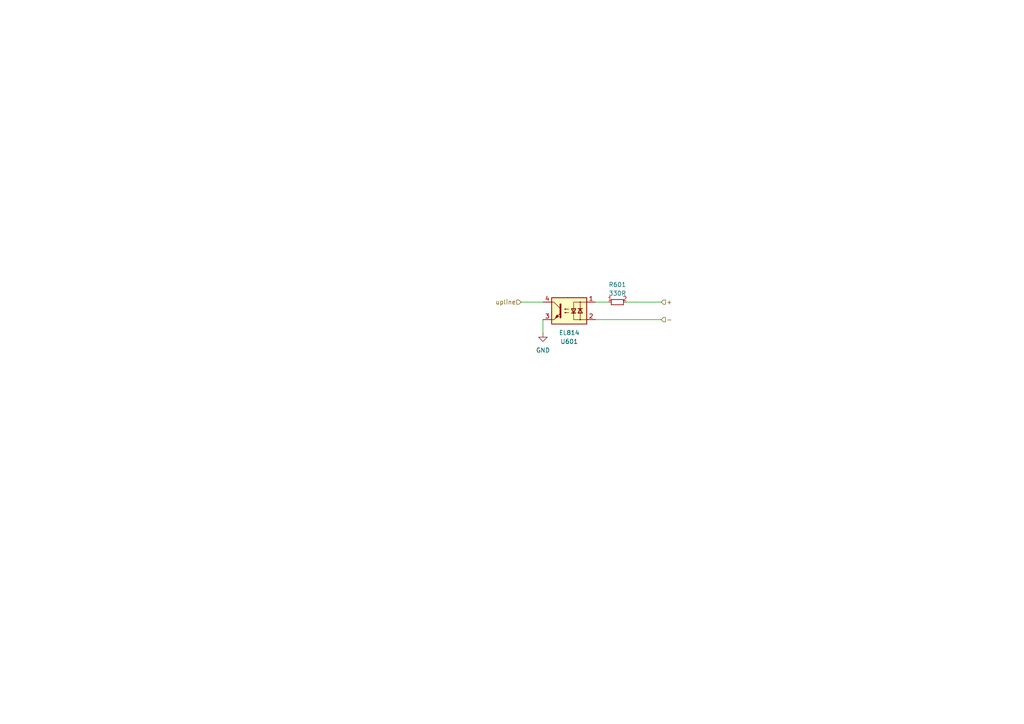
<source format=kicad_sch>
(kicad_sch (version 20230121) (generator eeschema)
  (paper "A4")
  (lib_symbols
    (symbol "custom_kicad_lib_sk:EL814S" (pin_names (offset 1.016))
      (property "Reference" "U" (at -5.334 4.826 0))
      (property "Value" "EL814" (at 0 5.08 0))
      (symbol "EL814S_0_1"
        (rectangle (start -5.08 3.81) (end 5.08 -3.81) (stroke (width 0.254)) (fill (type background)))
        (circle (center -3.175 -2.54) (radius 0.127))
        (circle (center -3.175 2.54) (radius 0.127))
        (polyline (pts (xy -3.81 0.635) (xy -2.54 0.635)) (stroke (width 0.254)))
        (polyline (pts (xy -3.175 -0.635) (xy -3.175 -2.54)))
        (polyline (pts (xy -3.175 0.635) (xy -3.175 -0.635)))
        (polyline (pts (xy -3.175 0.635) (xy -3.175 2.54)))
        (polyline (pts (xy -1.905 -0.635) (xy -0.635 -0.635)) (stroke (width 0.254)))
        (polyline (pts (xy -1.27 0.635) (xy -1.27 -0.635)))
        (polyline (pts (xy 2.54 0.635) (xy 4.445 2.54)))
        (polyline (pts (xy 4.445 -2.54) (xy 2.54 -0.635)) (fill (type outline)))
        (polyline (pts (xy 4.445 -2.54) (xy 5.08 -2.54)))
        (polyline (pts (xy 4.445 2.54) (xy 5.08 2.54)))
        (polyline (pts (xy -5.08 2.54) (xy -1.27 2.54) (xy -1.27 0.635)))
        (polyline (pts (xy -1.27 -0.635) (xy -1.27 -2.54) (xy -5.08 -2.54)))
        (polyline (pts (xy 2.54 1.905) (xy 2.54 -1.905) (xy 2.54 -1.905)) (stroke (width 0.508)))
        (polyline (pts (xy -3.175 0.635) (xy -3.81 -0.635) (xy -2.54 -0.635) (xy -3.175 0.635)) (stroke (width 0.254)))
        (polyline (pts (xy -1.27 -0.635) (xy -1.905 0.635) (xy -0.635 0.635) (xy -1.27 -0.635)) (stroke (width 0.254)))
        (polyline (pts (xy 0.127 -0.508) (xy 1.397 -0.508) (xy 1.016 -0.635) (xy 1.016 -0.381) (xy 1.397 -0.508)))
        (polyline (pts (xy 0.127 0.508) (xy 1.397 0.508) (xy 1.016 0.381) (xy 1.016 0.635) (xy 1.397 0.508)))
        (polyline (pts (xy 3.048 -1.651) (xy 3.556 -1.143) (xy 4.064 -2.159) (xy 3.048 -1.651) (xy 3.048 -1.651)) (fill (type outline)))
      )
      (symbol "EL814S_1_1"
        (pin passive line (at -7.62 2.54 0) (length 2.54) (name "~") (number "1"))
        (pin passive line (at -7.62 -2.54 0) (length 2.54) (name "~") (number "2"))
        (pin passive line (at 7.62 -2.54 180) (length 2.54) (name "~") (number "3"))
        (pin passive line (at 7.62 2.54 180) (length 2.54) (name "~") (number "4"))
      )
    )
    (symbol "power:GND" (power) (pin_names (offset 0))
      (property "Value" "GND" (at 0 -3.81 0))
      (symbol "GND_0_1"
        (polyline (pts (xy 0 0) (xy 0 -1.27) (xy 1.27 -1.27) (xy 0 -2.54) (xy -1.27 -1.27) (xy 0 -1.27)))
      )
      (symbol "GND_1_1"
        (pin power_in line (at 0 0 270) (length 0) hide (name "GND") (number "1"))
      )
    )
    (symbol "resistors_0603:R_330R_0603"
      (property "Reference" "R" (at 1.27 2.54 0))
      (property "Value" "330R" (at 2.54 -2.54 0))
      (symbol "R_330R_0603_0_1"
        (rectangle (start -0.762 1.778) (end 0.762 -1.778) (stroke (width 0.2032)))
      )
      (symbol "R_330R_0603_1_1"
        (pin passive line (at 0 2.54 270) (length 0.762) (name "~") (number "1"))
        (pin passive line (at 0 -2.54 90) (length 0.762) (name "~") (number "2"))
      )
    )
  )
  (wire (pts (xy 172.72 92.71) (xy 191.77 92.71)))
  (wire (pts (xy 157.48 92.71) (xy 157.48 96.52)))
  (wire (pts (xy 181.61 87.63) (xy 191.77 87.63)))
  (wire (pts (xy 172.72 87.63) (xy 176.53 87.63)))
  (wire (pts (xy 151.13 87.63) (xy 157.48 87.63)))
  (hierarchical_label "+" (shape input) (at 191.77 87.63 0))
  (hierarchical_label "-" (shape input) (at 191.77 92.71 0))
  (hierarchical_label "upline" (shape input) (at 151.13 87.63 180))
  (symbol (lib_id "power:GND") (at 157.48 96.52 0) (unit 1)
    (property "Reference" "#PWR0601" (effects hide))
    (property "Value" "GND" (at 157.48 101.6 0))
  )
  (symbol (lib_id "custom_kicad_lib_sk:EL814S") (at 165.1 90.17 0) (mirror y) (unit 1)
    (property "Reference" "U601" (at 165.1 99.06 0))
    (property "Value" "EL814" (at 165.1 96.52 0))
    (property "Footprint" "Package_DIP:SMDIP-4_W9.53mm" (effects hide))
    (property "Datasheet" "http://www.everlight.com/file/ProductFile/EL814.pdf" (effects hide))
    (property "JLCPCB Part#" "C500388" (effects hide))
  )
  (symbol (lib_id "resistors_0603:R_330R_0603") (at 179.07 87.63 90) (unit 1)
    (property "Reference" "R601" (at 179.07 82.55 90))
    (property "Value" "330R" (at 179.07 85.09 90))
    (property "Footprint" "custom_kicad_lib_sk:R_0603_smalltext" (effects hide))
    (property "JLCPCB Part#" "C23138" (effects hide))
  )
)
</source>
